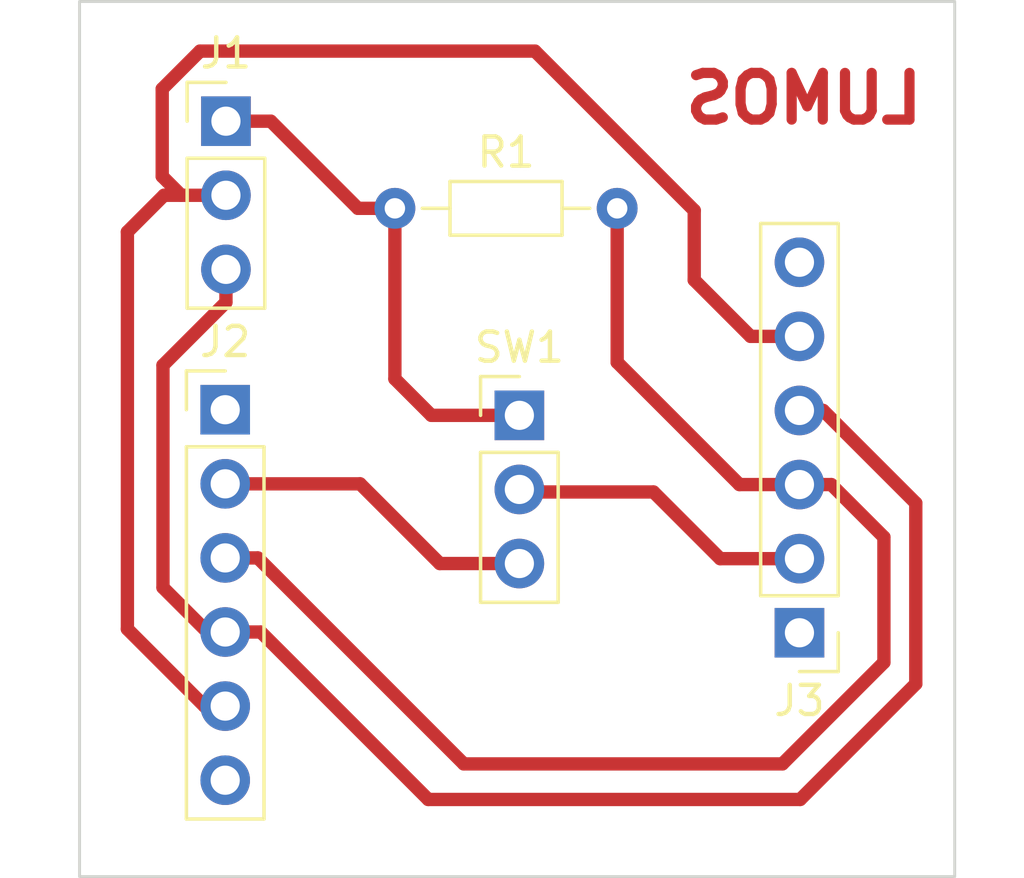
<source format=kicad_pcb>
(kicad_pcb (version 20211014) (generator pcbnew)
  (title_block (title "serial to UPDI") (date "2023-10-10") (comment 1 "drill out of range compensated in coppercam"))
  (layers (0 "F.Cu" signal) (31 "B.Cu" signal) (34 "B.Paste" user) (35 "F.Paste" user) (36 "B.SilkS" user "B.Silkscreen") (37 "F.SilkS" user "F.Silkscreen") (38 "B.Mask" user) (39 "F.Mask" user) (44 "Edge.Cuts" user))
  (net 0 "")
  (net 1 "Net-(J1-Pad1)")
  (net 2 "/GND")
  (net 3 "/5V")
  (net 5 "/TX")
  (net 9 "Net-(J2-Pad2)")
  (net 10 "Net-(J3-Pad2)")
  (footprint "Connector_PinHeader_2.54mm:PinHeader_1x03_P2.54mm_Vertical" (layer "F.Cu") (at 149.8346 109.8192)
    (fp_text reference "SW1" (at 0 -2.33) (layer "F.SilkS"))
    (fp_text value "SW_SPDT")
    (fp_line (start 1.33 1.27) (end 1.33 6.41) (layer "F.SilkS") (width 0.12))
    (fp_line (start -1.33 1.27) (end 1.33 1.27) (layer "F.SilkS") (width 0.12))
    (fp_line (start -1.33 0) (end -1.33 -1.33) (layer "F.SilkS") (width 0.12))
    (fp_line (start -1.33 6.41) (end 1.33 6.41) (layer "F.SilkS") (width 0.12))
    (fp_line (start -1.33 -1.33) (end 0 -1.33) (layer "F.SilkS") (width 0.12))
    (fp_line (start -1.33 1.27) (end -1.33 6.41) (layer "F.SilkS") (width 0.12))
    (pad "1" thru_hole rect (at 0 0) (size 1.7 1.7) (drill 1) (layers *.Cu *.Mask) (net 1 "Net-(J1-Pad1)"))
    (pad "2" thru_hole oval (at 0 2.54) (size 1.7 1.7) (drill 1) (layers *.Cu *.Mask) (net 10 "Net-(J3-Pad2)"))
    (pad "3" thru_hole oval (at 0 5.08) (size 1.7 1.7) (drill 1) (layers *.Cu *.Mask) (net 9 "Net-(J2-Pad2)"))
  )
  (footprint "Connector_PinHeader_2.54mm:PinHeader_1x03_P2.54mm_Vertical" (layer "F.Cu") (at 139.7762 99.7354)
    (fp_text reference "J1" (at 0 -2.33) (layer "F.SilkS"))
    (fp_text value "Conn_01x03_Male")
    (fp_line (start -1.33 0) (end -1.33 -1.33) (layer "F.SilkS") (width 0.12))
    (fp_line (start -1.33 -1.33) (end 0 -1.33) (layer "F.SilkS") (width 0.12))
    (fp_line (start 1.33 1.27) (end 1.33 6.41) (layer "F.SilkS") (width 0.12))
    (fp_line (start -1.33 6.41) (end 1.33 6.41) (layer "F.SilkS") (width 0.12))
    (fp_line (start -1.33 1.27) (end 1.33 1.27) (layer "F.SilkS") (width 0.12))
    (fp_line (start -1.33 1.27) (end -1.33 6.41) (layer "F.SilkS") (width 0.12))
    (pad "1" thru_hole rect (at 0 0) (size 1.7 1.7) (drill 1) (layers *.Cu *.Mask) (net 1 "Net-(J1-Pad1)"))
    (pad "2" thru_hole oval (at 0 2.54) (size 1.7 1.7) (drill 1) (layers *.Cu *.Mask) (net 2 "/GND"))
    (pad "3" thru_hole oval (at 0 5.08) (size 1.7 1.7) (drill 1) (layers *.Cu *.Mask) (net 3 "/5V"))
  )
  (footprint "Connector_PinHeader_2.54mm:PinHeader_1x06_P2.54mm_Vertical" (layer "F.Cu") (at 159.4358 117.2718 180)
    (fp_text reference "J3" (at 0 -2.33) (layer "F.SilkS"))
    (fp_text value "Conn_01x06_Female")
    (fp_line (start -1.33 -1.33) (end 0 -1.33) (layer "F.SilkS") (width 0.12))
    (fp_line (start 1.33 1.27) (end 1.33 14.03) (layer "F.SilkS") (width 0.12))
    (fp_line (start -1.33 0) (end -1.33 -1.33) (layer "F.SilkS") (width 0.12))
    (fp_line (start -1.33 14.03) (end 1.33 14.03) (layer "F.SilkS") (width 0.12))
    (fp_line (start -1.33 1.27) (end 1.33 1.27) (layer "F.SilkS") (width 0.12))
    (fp_line (start -1.33 1.27) (end -1.33 14.03) (layer "F.SilkS") (width 0.12))
    (pad "1" thru_hole rect (at 0 0 180) (size 1.7 1.7) (drill 1) (layers *.Cu *.Mask))
    (pad "2" thru_hole oval (at 0 2.54 180) (size 1.7 1.7) (drill 1) (layers *.Cu *.Mask) (net 10 "Net-(J3-Pad2)"))
    (pad "3" thru_hole oval (at 0 5.08 180) (size 1.7 1.7) (drill 1) (layers *.Cu *.Mask) (net 5 "/TX"))
    (pad "4" thru_hole oval (at 0 7.62 180) (size 1.7 1.7) (drill 1) (layers *.Cu *.Mask) (net 3 "/5V"))
    (pad "5" thru_hole oval (at 0 10.16 180) (size 1.7 1.7) (drill 1) (layers *.Cu *.Mask) (net 2 "/GND"))
    (pad "6" thru_hole oval (at 0 12.7 180) (size 1.7 1.7) (drill 1) (layers *.Cu *.Mask))
  )
  (footprint "Resistor_THT:R_Axial_DIN0204_L3.6mm_D1.6mm_P7.62mm_Horizontal" (layer "F.Cu") (at 145.5674 102.7226)
    (fp_text reference "R1" (at 3.81 -1.92) (layer "F.SilkS"))
    (fp_text value "R_US")
    (fp_line (start 5.73 0.92) (end 5.73 -0.92) (layer "F.SilkS") (width 0.12))
    (fp_line (start 1.89 -0.92) (end 1.89 0.92) (layer "F.SilkS") (width 0.12))
    (fp_line (start 5.73 -0.92) (end 1.89 -0.92) (layer "F.SilkS") (width 0.12))
    (fp_line (start 0.94 0) (end 1.89 0) (layer "F.SilkS") (width 0.12))
    (fp_line (start 1.89 0.92) (end 5.73 0.92) (layer "F.SilkS") (width 0.12))
    (fp_line (start 6.68 0) (end 5.73 0) (layer "F.SilkS") (width 0.12))
    (pad "1" thru_hole circle (at 0 0) (size 1.4 1.4) (drill 0.7) (layers *.Cu *.Mask) (net 1 "Net-(J1-Pad1)"))
    (pad "2" thru_hole oval (at 7.62 0) (size 1.4 1.4) (drill 0.7) (layers *.Cu *.Mask) (net 5 "/TX"))
  )
  (footprint "Connector_PinHeader_2.54mm:PinHeader_1x06_P2.54mm_Vertical" (layer "F.Cu") (at 139.7508 109.6264)
    (fp_text reference "J2" (at 0 -2.33) (layer "F.SilkS"))
    (fp_text value "Conn_01x06_Female")
    (fp_line (start -1.33 14.03) (end 1.33 14.03) (layer "F.SilkS") (width 0.12))
    (fp_line (start -1.33 0) (end -1.33 -1.33) (layer "F.SilkS") (width 0.12))
    (fp_line (start -1.33 1.27) (end 1.33 1.27) (layer "F.SilkS") (width 0.12))
    (fp_line (start -1.33 1.27) (end -1.33 14.03) (layer "F.SilkS") (width 0.12))
    (fp_line (start -1.33 -1.33) (end 0 -1.33) (layer "F.SilkS") (width 0.12))
    (fp_line (start 1.33 1.27) (end 1.33 14.03) (layer "F.SilkS") (width 0.12))
    (pad "1" thru_hole rect (at 0 0) (size 1.7 1.7) (drill 1) (layers *.Cu *.Mask))
    (pad "2" thru_hole oval (at 0 2.54) (size 1.7 1.7) (drill 1) (layers *.Cu *.Mask) (net 9 "Net-(J2-Pad2)"))
    (pad "3" thru_hole oval (at 0 5.08) (size 1.7 1.7) (drill 1) (layers *.Cu *.Mask) (net 5 "/TX"))
    (pad "4" thru_hole oval (at 0 7.62) (size 1.7 1.7) (drill 1) (layers *.Cu *.Mask) (net 3 "/5V"))
    (pad "5" thru_hole oval (at 0 10.16) (size 1.7 1.7) (drill 1) (layers *.Cu *.Mask) (net 2 "/GND"))
    (pad "6" thru_hole oval (at 0 12.7) (size 1.7 1.7) (drill 1) (layers *.Cu *.Mask))
  )
  (gr_rect (start 134.7584 95.631) (end 164.7584 125.631) (layer "Edge.Cuts") (width 0.1) (fill none))
  (gr_text "LUMOS" (at 159.5882 98.9584) (layer "F.Cu") (effects (font (size 1.6 1.6) (thickness 0.35)) (justify mirror)))
  (segment (start 144.2993 102.7226) (end 145.5674 102.7226) (width 0.4572) (layer "F.Cu") (net 1))
  (segment (start 146.817 109.8192) (end 149.8346 109.8192) (width 0.4572) (layer "F.Cu") (net 1))
  (segment (start 145.5674 102.7226) (end 145.5674 108.5696) (width 0.4572) (layer "F.Cu") (net 1))
  (segment (start 145.5674 108.5696) (end 146.817 109.8192) (width 0.4572) (layer "F.Cu") (net 1))
  (segment (start 139.7762 99.7354) (end 141.3121 99.7354) (width 0.4572) (layer "F.Cu") (net 1))
  (segment (start 141.3121 99.7354) (end 144.2993 102.7226) (width 0.4572) (layer "F.Cu") (net 1))
  (segment (start 150.368 97.3328) (end 138.8872 97.3328) (width 0.4572) (layer "F.Cu") (net 2))
  (segment (start 139.7508 119.7864) (end 139.0396 119.7864) (width 0.4572) (layer "F.Cu") (net 2))
  (segment (start 139.7762 102.2754) (end 138.2403 102.2754) (width 0.4572) (layer "F.Cu") (net 2))
  (segment (start 137.5918 101.6269) (end 138.2403 102.2754) (width 0.4572) (layer "F.Cu") (net 2))
  (segment (start 136.398 103.5304) (end 137.653 102.2754) (width 0.4572) (layer "F.Cu") (net 2))
  (segment (start 155.829 102.7938) (end 150.368 97.3328) (width 0.4572) (layer "F.Cu") (net 2))
  (segment (start 155.829 105.1814) (end 155.829 102.7938) (width 0.4572) (layer "F.Cu") (net 2))
  (segment (start 139.0396 119.7864) (end 136.398 117.1448) (width 0.4572) (layer "F.Cu") (net 2))
  (segment (start 157.7594 107.1118) (end 155.829 105.1814) (width 0.4572) (layer "F.Cu") (net 2))
  (segment (start 136.398 117.1448) (end 136.398 103.5304) (width 0.4572) (layer "F.Cu") (net 2))
  (segment (start 159.4358 107.1118) (end 157.7594 107.1118) (width 0.4572) (layer "F.Cu") (net 2))
  (segment (start 137.653 102.2754) (end 138.2403 102.2754) (width 0.4572) (layer "F.Cu") (net 2))
  (segment (start 138.8872 97.3328) (end 137.5918 98.6282) (width 0.4572) (layer "F.Cu") (net 2))
  (segment (start 137.5918 98.6282) (end 137.5918 101.6269) (width 0.4572) (layer "F.Cu") (net 2))
  (segment (start 163.4236 119.0244) (end 159.4612 122.9868) (width 0.4572) (layer "F.Cu") (net 3))
  (segment (start 159.4358 109.6518) (end 160.2486 109.6518) (width 0.4572) (layer "F.Cu") (net 3))
  (segment (start 137.6172 115.7224) (end 137.6172 108.1024) (width 0.4572) (layer "F.Cu") (net 3))
  (segment (start 163.4236 112.8268) (end 163.4236 119.0244) (width 0.4572) (layer "F.Cu") (net 3))
  (segment (start 146.7104 122.9868) (end 140.97 117.2464) (width 0.4572) (layer "F.Cu") (net 3))
  (segment (start 139.7762 105.9434) (end 139.7762 104.8154) (width 0.4572) (layer "F.Cu") (net 3))
  (segment (start 159.4612 122.9868) (end 146.7104 122.9868) (width 0.4572) (layer "F.Cu") (net 3))
  (segment (start 140.97 117.2464) (end 139.7508 117.2464) (width 0.4572) (layer "F.Cu") (net 3))
  (segment (start 137.6172 108.1024) (end 139.7762 105.9434) (width 0.4572) (layer "F.Cu") (net 3))
  (segment (start 139.1412 117.2464) (end 137.6172 115.7224) (width 0.4572) (layer "F.Cu") (net 3))
  (segment (start 160.2486 109.6518) (end 163.4236 112.8268) (width 0.4572) (layer "F.Cu") (net 3))
  (segment (start 139.7508 117.2464) (end 139.1412 117.2464) (width 0.4572) (layer "F.Cu") (net 3))
  (segment (start 153.1874 108.0008) (end 153.1874 102.7226) (width 0.4572) (layer "F.Cu") (net 5))
  (segment (start 140.8684 114.7064) (end 147.9296 121.7676) (width 0.4572) (layer "F.Cu") (net 5))
  (segment (start 162.3314 113.9952) (end 160.528 112.1918) (width 0.4572) (layer "F.Cu") (net 5))
  (segment (start 162.3314 118.2878) (end 162.3314 113.9952) (width 0.4572) (layer "F.Cu") (net 5))
  (segment (start 159.4358 112.1918) (end 157.3784 112.1918) (width 0.4572) (layer "F.Cu") (net 5))
  (segment (start 139.7508 114.7064) (end 140.8684 114.7064) (width 0.4572) (layer "F.Cu") (net 5))
  (segment (start 158.8516 121.7676) (end 162.3314 118.2878) (width 0.4572) (layer "F.Cu") (net 5))
  (segment (start 160.528 112.1918) (end 159.4358 112.1918) (width 0.4572) (layer "F.Cu") (net 5))
  (segment (start 147.9296 121.7676) (end 158.8516 121.7676) (width 0.4572) (layer "F.Cu") (net 5))
  (segment (start 157.3784 112.1918) (end 153.1874 108.0008) (width 0.4572) (layer "F.Cu") (net 5))
  (segment (start 139.7508 112.1664) (end 144.3736 112.1664) (width 0.4572) (layer "F.Cu") (net 9))
  (segment (start 144.3736 112.1664) (end 147.1064 114.8992) (width 0.4572) (layer "F.Cu") (net 9))
  (segment (start 147.1064 114.8992) (end 149.8346 114.8992) (width 0.4572) (layer "F.Cu") (net 9))
  (segment (start 159.4358 114.7318) (end 156.718 114.7318) (width 0.4572) (layer "F.Cu") (net 10))
  (segment (start 149.9212 112.4458) (end 149.8346 112.3592) (width 0.4572) (layer "F.Cu") (net 10))
  (segment (start 156.718 114.7318) (end 154.432 112.4458) (width 0.4572) (layer "F.Cu") (net 10))
  (segment (start 154.432 112.4458) (end 149.9212 112.4458) (width 0.4572) (layer "F.Cu") (net 10))
)
</source>
